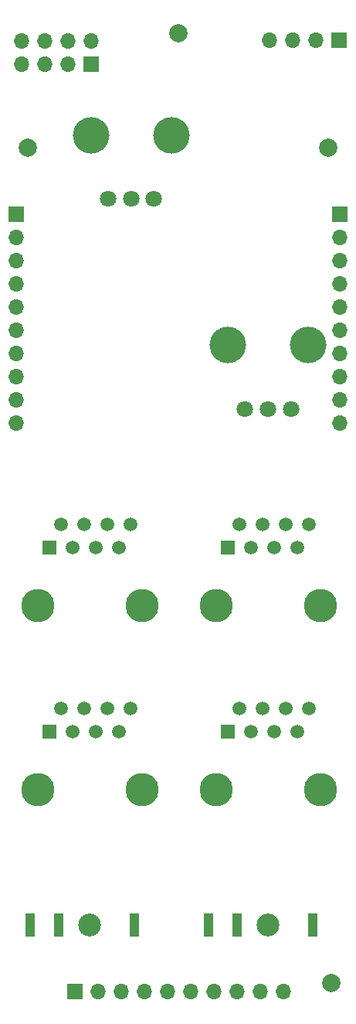
<source format=gbr>
%TF.GenerationSoftware,KiCad,Pcbnew,(6.0.11)*%
%TF.CreationDate,2023-03-01T18:26:33+00:00*%
%TF.ProjectId,Quilter_Controls,5175696c-7465-4725-9f43-6f6e74726f6c,rev?*%
%TF.SameCoordinates,Original*%
%TF.FileFunction,Soldermask,Bot*%
%TF.FilePolarity,Negative*%
%FSLAX46Y46*%
G04 Gerber Fmt 4.6, Leading zero omitted, Abs format (unit mm)*
G04 Created by KiCad (PCBNEW (6.0.11)) date 2023-03-01 18:26:33*
%MOMM*%
%LPD*%
G01*
G04 APERTURE LIST*
%ADD10C,2.000000*%
%ADD11C,2.500000*%
%ADD12R,1.000000X2.500000*%
%ADD13C,4.000000*%
%ADD14C,1.800000*%
%ADD15C,3.650000*%
%ADD16R,1.500000X1.500000*%
%ADD17C,1.500000*%
%ADD18R,1.700000X1.700000*%
%ADD19O,1.700000X1.700000*%
G04 APERTURE END LIST*
D10*
%TO.C,TP3*%
X70200000Y-42970000D03*
%TD*%
D11*
%TO.C,J11*%
X60400000Y-140600000D03*
D12*
X53920000Y-140600000D03*
X57020000Y-140600000D03*
X65320000Y-140600000D03*
%TD*%
D13*
%TO.C,Q_CTRL1*%
X84400000Y-77100000D03*
X75600000Y-77100000D03*
D14*
X82500000Y-84100000D03*
X80000000Y-84100000D03*
X77500000Y-84100000D03*
%TD*%
D10*
%TO.C,TP4*%
X86900000Y-146970000D03*
%TD*%
D11*
%TO.C,J6*%
X80000000Y-140600000D03*
D12*
X73520000Y-140600000D03*
X76620000Y-140600000D03*
X84920000Y-140600000D03*
%TD*%
D15*
%TO.C,J4*%
X85760000Y-105600000D03*
X74330000Y-105600000D03*
D16*
X75600000Y-99250000D03*
D17*
X76870000Y-96710000D03*
X78140000Y-99250000D03*
X79410000Y-96710000D03*
X80680000Y-99250000D03*
X81950000Y-96710000D03*
X83220000Y-99250000D03*
X84490000Y-96710000D03*
%TD*%
D10*
%TO.C,TP1*%
X53700000Y-55470000D03*
%TD*%
D15*
%TO.C,J5*%
X74330000Y-125800000D03*
X85760000Y-125800000D03*
D16*
X75600000Y-119450000D03*
D17*
X76870000Y-116910000D03*
X78140000Y-119450000D03*
X79410000Y-116910000D03*
X80680000Y-119450000D03*
X81950000Y-116910000D03*
X83220000Y-119450000D03*
X84490000Y-116910000D03*
%TD*%
D15*
%TO.C,J8*%
X66160000Y-125800000D03*
X54730000Y-125800000D03*
D16*
X56000000Y-119450000D03*
D17*
X57270000Y-116910000D03*
X58540000Y-119450000D03*
X59810000Y-116910000D03*
X61080000Y-119450000D03*
X62350000Y-116910000D03*
X63620000Y-119450000D03*
X64890000Y-116910000D03*
%TD*%
D10*
%TO.C,TP2*%
X86600000Y-55470000D03*
%TD*%
D15*
%TO.C,J7*%
X54730000Y-105600000D03*
X66160000Y-105600000D03*
D16*
X56000000Y-99250000D03*
D17*
X57270000Y-96710000D03*
X58540000Y-99250000D03*
X59810000Y-96710000D03*
X61080000Y-99250000D03*
X62350000Y-96710000D03*
X63620000Y-99250000D03*
X64890000Y-96710000D03*
%TD*%
D13*
%TO.C,FREQ_POT1*%
X69400000Y-54100000D03*
X60600000Y-54100000D03*
D14*
X67500000Y-61100000D03*
X65000000Y-61100000D03*
X62500000Y-61100000D03*
%TD*%
D18*
%TO.C,J3*%
X58800000Y-147900000D03*
D19*
X61340000Y-147900000D03*
X63880000Y-147900000D03*
X66420000Y-147900000D03*
X68960000Y-147900000D03*
X71500000Y-147900000D03*
X74040000Y-147900000D03*
X76580000Y-147900000D03*
X79120000Y-147900000D03*
X81660000Y-147900000D03*
%TD*%
D18*
%TO.C,J1*%
X87900000Y-62800000D03*
D19*
X87900000Y-65340000D03*
X87900000Y-67880000D03*
X87900000Y-70420000D03*
X87900000Y-72960000D03*
X87900000Y-75500000D03*
X87900000Y-78040000D03*
X87900000Y-80580000D03*
X87900000Y-83120000D03*
X87900000Y-85660000D03*
%TD*%
D18*
%TO.C,J2*%
X52400000Y-62800000D03*
D19*
X52400000Y-65340000D03*
X52400000Y-67880000D03*
X52400000Y-70420000D03*
X52400000Y-72960000D03*
X52400000Y-75500000D03*
X52400000Y-78040000D03*
X52400000Y-80580000D03*
X52400000Y-83120000D03*
X52400000Y-85660000D03*
%TD*%
D18*
%TO.C,J9*%
X60600000Y-46375000D03*
D19*
X60600000Y-43835000D03*
X58060000Y-46375000D03*
X58060000Y-43835000D03*
X55520000Y-46375000D03*
X55520000Y-43835000D03*
X52980000Y-46375000D03*
X52980000Y-43835000D03*
%TD*%
D18*
%TO.C,J10*%
X87800000Y-43700000D03*
D19*
X85260000Y-43700000D03*
X82720000Y-43700000D03*
X80180000Y-43700000D03*
%TD*%
M02*

</source>
